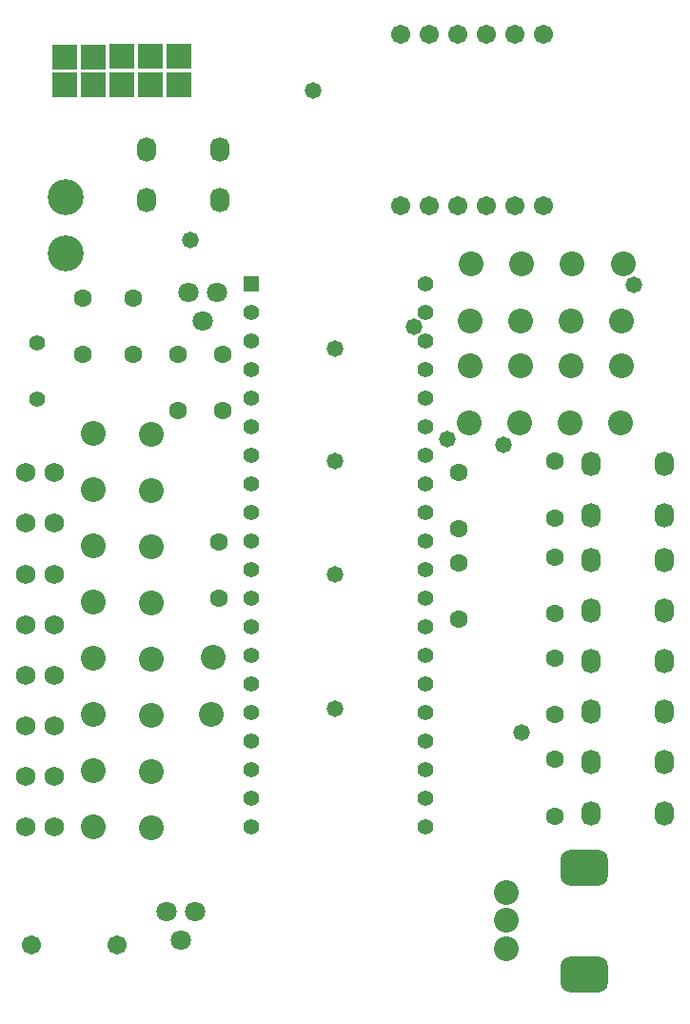
<source format=gbs>
G04*
G04 #@! TF.GenerationSoftware,Altium Limited,Altium Designer,19.1.6 (110)*
G04*
G04 Layer_Color=16711935*
%FSLAX44Y44*%
%MOMM*%
G71*
G01*
G75*
%ADD17C,1.8032*%
%ADD18C,1.4032*%
%ADD19R,1.4032X1.4032*%
%ADD20C,1.6032*%
%ADD21C,2.2032*%
%ADD22C,1.7272*%
G04:AMPARAMS|DCode=23|XSize=3.2032mm|YSize=4.2032mm|CornerRadius=0.8516mm|HoleSize=0mm|Usage=FLASHONLY|Rotation=90.000|XOffset=0mm|YOffset=0mm|HoleType=Round|Shape=RoundedRectangle|*
%AMROUNDEDRECTD23*
21,1,3.2032,2.5000,0,0,90.0*
21,1,1.5000,4.2032,0,0,90.0*
1,1,1.7032,1.2500,0.7500*
1,1,1.7032,1.2500,-0.7500*
1,1,1.7032,-1.2500,-0.7500*
1,1,1.7032,-1.2500,0.7500*
%
%ADD23ROUNDEDRECTD23*%
%ADD24C,1.7032*%
%ADD25C,3.2032*%
%ADD26R,2.2032X2.2032*%
%ADD27C,1.4732*%
%ADD42O,1.7032X2.2032*%
D17*
X432300Y994600D02*
D03*
X419600Y1020000D02*
D03*
X445000D02*
D03*
X425400Y470000D02*
D03*
X400000D02*
D03*
X412700Y444600D02*
D03*
D18*
X285000Y925200D02*
D03*
Y975000D02*
D03*
X630580Y1027800D02*
D03*
Y1002400D02*
D03*
Y977000D02*
D03*
Y951600D02*
D03*
Y926200D02*
D03*
Y900800D02*
D03*
Y875400D02*
D03*
Y850000D02*
D03*
Y824600D02*
D03*
Y799200D02*
D03*
Y773800D02*
D03*
Y748400D02*
D03*
Y723000D02*
D03*
Y697600D02*
D03*
Y672200D02*
D03*
Y646800D02*
D03*
Y621400D02*
D03*
Y596000D02*
D03*
Y570600D02*
D03*
Y545200D02*
D03*
X475000D02*
D03*
Y570600D02*
D03*
Y596000D02*
D03*
Y621400D02*
D03*
Y646800D02*
D03*
Y672200D02*
D03*
Y697600D02*
D03*
Y723000D02*
D03*
Y748400D02*
D03*
Y773800D02*
D03*
Y799200D02*
D03*
Y824600D02*
D03*
Y850000D02*
D03*
Y875400D02*
D03*
Y900800D02*
D03*
Y926200D02*
D03*
Y951600D02*
D03*
Y977000D02*
D03*
Y1002400D02*
D03*
D19*
Y1027800D02*
D03*
D20*
X745000Y695000D02*
D03*
Y645000D02*
D03*
X450000Y965000D02*
D03*
Y915001D02*
D03*
X410000Y965000D02*
D03*
Y915001D02*
D03*
X446270Y748730D02*
D03*
Y798730D02*
D03*
X745000Y555000D02*
D03*
Y605000D02*
D03*
X745000Y820000D02*
D03*
Y870000D02*
D03*
X745000Y735000D02*
D03*
Y785000D02*
D03*
X370000Y1015000D02*
D03*
Y965000D02*
D03*
X325000Y1015000D02*
D03*
Y965000D02*
D03*
X660000Y860000D02*
D03*
Y810000D02*
D03*
Y779622D02*
D03*
Y729622D02*
D03*
D21*
X804000Y904000D02*
D03*
X805000Y955000D02*
D03*
X759000Y904000D02*
D03*
X760000Y955000D02*
D03*
X714000Y904000D02*
D03*
X715000Y955000D02*
D03*
X669000Y904000D02*
D03*
X670000Y955000D02*
D03*
X335000Y545000D02*
D03*
X386000Y544000D02*
D03*
X441000Y696000D02*
D03*
X440000Y645000D02*
D03*
X806000Y1046000D02*
D03*
X805000Y995000D02*
D03*
X761000Y1046000D02*
D03*
X760000Y995000D02*
D03*
X386000Y594000D02*
D03*
X335000Y595000D02*
D03*
X386000Y644000D02*
D03*
X335000Y645000D02*
D03*
X386000Y694000D02*
D03*
X335000Y695000D02*
D03*
X386000Y744000D02*
D03*
X335000Y745000D02*
D03*
X386000Y794000D02*
D03*
X335000Y795000D02*
D03*
X386000Y844000D02*
D03*
X335000Y845000D02*
D03*
X386000Y894000D02*
D03*
X335000Y895000D02*
D03*
X716000Y1046000D02*
D03*
X715000Y995000D02*
D03*
X671000Y1046000D02*
D03*
X670000Y995000D02*
D03*
X702000Y462000D02*
D03*
Y487000D02*
D03*
Y437000D02*
D03*
D22*
X275000Y860000D02*
D03*
X300000D02*
D03*
X275000Y770000D02*
D03*
X300000D02*
D03*
X275000Y680000D02*
D03*
X300000D02*
D03*
X275000Y590000D02*
D03*
X300000D02*
D03*
X275000Y545000D02*
D03*
X300000D02*
D03*
X275000Y815000D02*
D03*
X300000D02*
D03*
X275000Y725000D02*
D03*
X300000D02*
D03*
X275000Y635000D02*
D03*
X300000D02*
D03*
D23*
X772000Y509000D02*
D03*
Y414000D02*
D03*
D24*
X280000Y440000D02*
D03*
X356000D02*
D03*
X608000Y1250000D02*
D03*
X633400D02*
D03*
X658800D02*
D03*
X684200D02*
D03*
X709600D02*
D03*
X735000D02*
D03*
Y1097600D02*
D03*
X709600D02*
D03*
X684200D02*
D03*
X658800D02*
D03*
X633400D02*
D03*
X608000D02*
D03*
D25*
X310000Y1055000D02*
D03*
Y1105000D02*
D03*
D26*
X309400Y1204600D02*
D03*
X334400D02*
D03*
X360000Y1205000D02*
D03*
X385400D02*
D03*
X410800D02*
D03*
X309400Y1229600D02*
D03*
X334400D02*
D03*
X360000Y1230000D02*
D03*
X385400D02*
D03*
X410800D02*
D03*
D27*
X421000Y1067000D02*
D03*
X650000Y890000D02*
D03*
X700000Y885000D02*
D03*
X620000Y990000D02*
D03*
X530000Y1200000D02*
D03*
X715821Y628988D02*
D03*
X550000Y650000D02*
D03*
Y770000D02*
D03*
Y870000D02*
D03*
Y970000D02*
D03*
X815340Y1026922D02*
D03*
D42*
X842500Y557500D02*
D03*
Y602500D02*
D03*
X777500Y557500D02*
D03*
Y602500D02*
D03*
X842500Y647500D02*
D03*
Y692500D02*
D03*
X777500Y647500D02*
D03*
Y692500D02*
D03*
X842500Y822500D02*
D03*
Y867500D02*
D03*
X777500Y822500D02*
D03*
Y867500D02*
D03*
X842500Y737500D02*
D03*
Y782500D02*
D03*
X777500Y737500D02*
D03*
Y782500D02*
D03*
X382500Y1147500D02*
D03*
Y1102500D02*
D03*
X447500Y1147500D02*
D03*
Y1102500D02*
D03*
M02*

</source>
